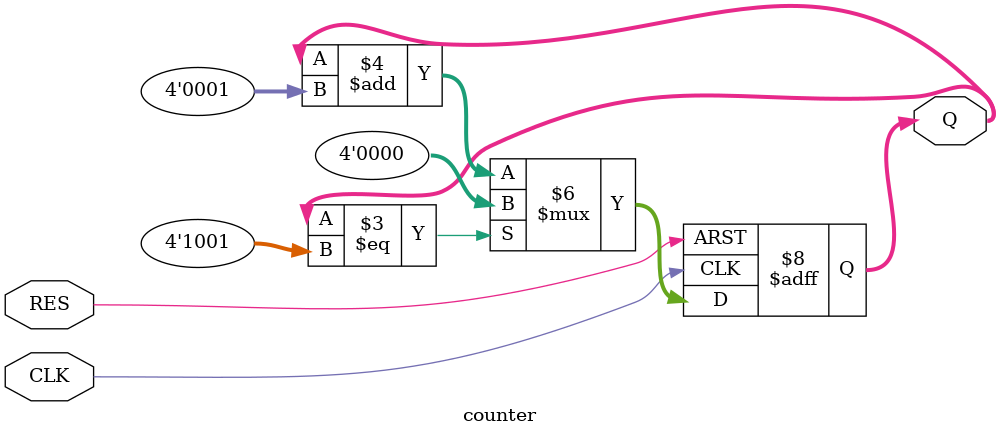
<source format=v>

module counter(CLK, RES, Q);

input CLK, RES;
output [3:0]Q;

wire CLK, RES;
reg [3:0]Q;

always @(posedge CLK or negedge RES)
    if(RES ==1'b0)
        Q = 4'd0;
    else if(Q == 4'd9)
        Q = 4'd0;
    else
        Q = Q + 4'd1;

endmodule
</source>
